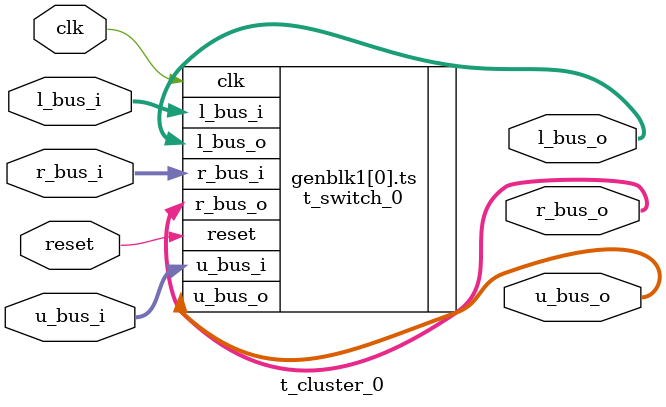
<source format=v>


module t_cluster_0 (
	input clk,
	input reset,
	input [num_switches*p_sz-1:0] l_bus_i,
	input [num_switches*p_sz-1:0] r_bus_i,
	input [num_switches*p_sz-1:0] u_bus_i,
	output [num_switches*p_sz-1:0] l_bus_o,
	output [num_switches*p_sz-1:0] r_bus_o,
	output [num_switches*p_sz-1:0] u_bus_o
	);
	// Override these values in top modules
	parameter num_leaves= 2;
	parameter payload_sz= 1;
	parameter addr= 1'b0;
	//parameter level= $bits(addr); // only change if level == 0
        parameter level= 15;
	parameter p_sz= 1+$clog2(num_leaves)+payload_sz; //packet size
	parameter num_switches= 1;

	genvar i;
	generate
	for (i= 0; i < num_switches; i= i + 1) begin
		t_switch_0 #(
			.num_leaves(num_leaves),
			.payload_sz(payload_sz),
			.addr(addr),
			.level(level),
			.p_sz(p_sz))
			ts (
				.clk(clk),
				.reset(reset),
				.l_bus_i(l_bus_i[i*p_sz+:p_sz]),
				.r_bus_i(r_bus_i[i*p_sz+:p_sz]),
				.u_bus_i(u_bus_i[i*p_sz+:p_sz]),
				.l_bus_o(l_bus_o[i*p_sz+:p_sz]),
				.r_bus_o(r_bus_o[i*p_sz+:p_sz]),
				.u_bus_o(u_bus_o[i*p_sz+:p_sz]));
	end
	endgenerate
endmodule	



</source>
